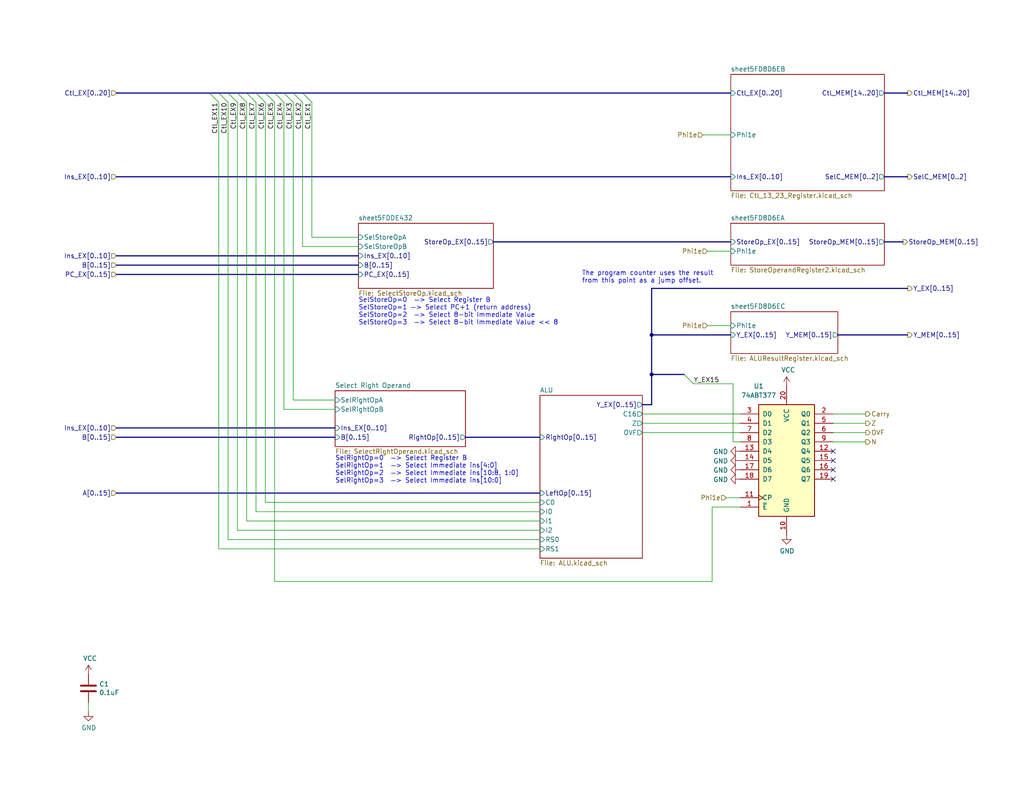
<source format=kicad_sch>
(kicad_sch (version 20250114) (generator "eeschema") (generator_version "9.0")
  (paper "USLetter")
  (title_block (title "EX") (date "2025-07-13") (rev "A") (comment 2 "ID stage of the CPU pipeline.") (comment 3 "The ALU condition codes may be latched in a flags register which feeds back into the") (comment 4 "The EX stage is built around the IDT 7381 sixteen-bit ALU IC."))
  (lib_symbols
    (symbol "Device:C" (pin_numbers (hide yes)) (pin_names (offset 0.254))
      (property "Reference" "C" (at 0.635 2.54 0))
      (property "Value" "C" (at 0.635 -2.54 0))
      (symbol "C_0_1"
        (polyline (pts (xy -2.032 0.762) (xy 2.032 0.762)) (stroke (width 0.508)))
        (polyline (pts (xy -2.032 -0.762) (xy 2.032 -0.762)) (stroke (width 0.508)))
      )
      (symbol "C_1_1"
        (pin passive line (at 0 3.81 270) (length 2.794) (name "~") (number "1"))
        (pin passive line (at 0 -3.81 90) (length 2.794) (name "~") (number "2"))
      )
    )
    (symbol "Turtle16:74ABT377" (pin_names (offset 1.016))
      (symbol "74ABT377_1_0"
        (pin input line (at -12.7 12.7 0) (length 5.08) (name "D0") (number "3"))
        (pin input line (at -12.7 10.16 0) (length 5.08) (name "D1") (number "4"))
        (pin input line (at -12.7 7.62 0) (length 5.08) (name "D2") (number "7"))
        (pin input line (at -12.7 5.08 0) (length 5.08) (name "D3") (number "8"))
        (pin input line (at -12.7 2.54 0) (length 5.08) (name "D4") (number "13"))
        (pin input line (at -12.7 0 0) (length 5.08) (name "D5") (number "14"))
        (pin input line (at -12.7 -2.54 0) (length 5.08) (name "D6") (number "17"))
        (pin input line (at -12.7 -5.08 0) (length 5.08) (name "D7") (number "18"))
        (pin input clock (at -12.7 -10.16 0) (length 5.08) (name "CP") (number "11"))
        (pin input line (at -12.7 -12.7 0) (length 5.08) (name "~{E}") (number "1"))
        (pin power_in line (at 0 20.32 270) (length 5.08) (name "VCC") (number "20"))
        (pin power_in line (at 0 -20.32 90) (length 5.08) (name "GND") (number "10"))
        (pin output line (at 12.7 12.7 180) (length 5.08) (name "Q0") (number "2"))
        (pin output line (at 12.7 10.16 180) (length 5.08) (name "Q1") (number "5"))
        (pin output line (at 12.7 7.62 180) (length 5.08) (name "Q2") (number "6"))
        (pin output line (at 12.7 5.08 180) (length 5.08) (name "Q3") (number "9"))
        (pin output line (at 12.7 2.54 180) (length 5.08) (name "Q4") (number "12"))
        (pin output line (at 12.7 0 180) (length 5.08) (name "Q5") (number "15"))
        (pin output line (at 12.7 -2.54 180) (length 5.08) (name "Q6") (number "16"))
        (pin output line (at 12.7 -5.08 180) (length 5.08) (name "Q7") (number "19"))
      )
      (symbol "74ABT377_1_1"
        (rectangle (start -7.62 15.24) (end 7.62 -15.24) (stroke (width 0.254)) (fill (type background)))
      )
    )
    (symbol "power:GND" (power) (pin_numbers (hide yes)) (pin_names (offset 0) (hide yes))
      (property "Value" "GND" (at 0 -3.81 0))
      (symbol "GND_0_1"
        (polyline (pts (xy 0 0) (xy 0 -1.27) (xy 1.27 -1.27) (xy 0 -2.54) (xy -1.27 -1.27) (xy 0 -1.27)))
      )
      (symbol "GND_1_1"
        (pin power_in line (at 0 0 270) (length 0) (name "~") (number "1"))
      )
    )
    (symbol "power:VCC" (power) (pin_numbers (hide yes)) (pin_names (offset 0) (hide yes))
      (property "Value" "VCC" (at 0 3.556 0))
      (symbol "VCC_0_1"
        (polyline (pts (xy -0.762 1.27) (xy 0 2.54)))
        (polyline (pts (xy 0 2.54) (xy 0.762 1.27)))
        (polyline (pts (xy 0 0) (xy 0 2.54)))
      )
      (symbol "VCC_1_1"
        (pin power_in line (at 0 0 90) (length 0) (name "~") (number "1"))
      )
    )
  )
  (text "SelStoreOp=0  —> Select Register B\nSelStoreOp=1 —> Select PC+1 (return address)\nSelStoreOp=2  —> Select 8-bit Immediate Value\nSelStoreOp=3  —> Select 8-bit Immediate Value << 8" (at 97.79 88.9 0) (effects (font (size 1.27 1.27)) (justify left bottom)))
  (text "SelRightOp=0  —> Select Register B\nSelRightOp=1  —> Select Immediate ins[4:0]\nSelRightOp=2  —> Select Immediate ins[10:8, 1:0]\nSelRightOp=3  —> Select Immediate ins[10:0]" (at 91.44 132.08 0) (effects (font (size 1.27 1.27)) (justify left bottom)))
  (text "The program counter uses the result\nfrom this point as a jump offset." (at 158.75 77.47 0) (effects (font (size 1.27 1.27)) (justify left bottom)))
  (junction (at 177.8 102.235))
  (junction (at 177.8 91.44))
  (no_connect (at 227.33 123.19))
  (no_connect (at 227.33 128.27))
  (no_connect (at 227.33 130.81))
  (no_connect (at 227.33 125.73))
  (bus_entry (at 186.69 102.235) (size 2.54 2.54))
  (bus_entry (at 64.77 25.4) (size 2.54 2.54))
  (bus_entry (at 62.23 25.4) (size 2.54 2.54))
  (bus_entry (at 80.01 25.4) (size 2.54 2.54))
  (bus_entry (at 67.31 25.4) (size 2.54 2.54))
  (bus_entry (at 72.39 25.4) (size 2.54 2.54))
  (bus_entry (at 74.93 25.4) (size 2.54 2.54))
  (bus_entry (at 69.85 25.4) (size 2.54 2.54))
  (bus_entry (at 59.69 25.4) (size 2.54 2.54))
  (bus_entry (at 82.55 25.4) (size 2.54 2.54))
  (bus_entry (at 77.47 25.4) (size 2.54 2.54))
  (bus_entry (at 57.15 25.4) (size 2.54 2.54))
  (wire (pts (xy 147.32 137.16) (xy 72.39 137.16)))
  (wire (pts (xy 193.04 68.58) (xy 199.39 68.58)))
  (wire (pts (xy 64.77 144.78) (xy 147.32 144.78)))
  (bus (pts (xy 246.38 66.04) (xy 241.3 66.04)))
  (wire (pts (xy 24.13 194.31) (xy 24.13 191.77)))
  (wire (pts (xy 80.01 27.94) (xy 80.01 109.22)))
  (bus (pts (xy 80.01 25.4) (xy 82.55 25.4)))
  (bus (pts (xy 241.3 48.26) (xy 247.65 48.26)))
  (wire (pts (xy 193.04 88.9) (xy 199.39 88.9)))
  (wire (pts (xy 147.32 149.86) (xy 59.69 149.86)))
  (bus (pts (xy 31.75 48.26) (xy 199.39 48.26)))
  (wire (pts (xy 74.93 158.75) (xy 74.93 27.94)))
  (wire (pts (xy 82.55 27.94) (xy 82.55 67.31)))
  (bus (pts (xy 31.75 69.85) (xy 97.79 69.85)))
  (bus (pts (xy 31.75 72.39) (xy 97.79 72.39)))
  (wire (pts (xy 189.23 104.775) (xy 200.025 104.775)))
  (wire (pts (xy 175.26 113.03) (xy 201.93 113.03)))
  (wire (pts (xy 77.47 27.94) (xy 77.47 111.76)))
  (wire (pts (xy 194.31 158.75) (xy 194.31 138.43)))
  (wire (pts (xy 97.79 67.31) (xy 82.55 67.31)))
  (bus (pts (xy 177.8 78.74) (xy 177.8 91.44)))
  (bus (pts (xy 177.8 110.49) (xy 175.26 110.49)))
  (bus (pts (xy 31.75 25.4) (xy 57.15 25.4)))
  (bus (pts (xy 74.93 25.4) (xy 77.47 25.4)))
  (bus (pts (xy 64.77 25.4) (xy 67.31 25.4)))
  (wire (pts (xy 85.09 27.94) (xy 85.09 64.77)))
  (wire (pts (xy 59.69 27.94) (xy 59.69 149.86)))
  (bus (pts (xy 31.75 74.93) (xy 97.79 74.93)))
  (bus (pts (xy 241.3 25.4) (xy 247.65 25.4)))
  (wire (pts (xy 64.77 27.94) (xy 64.77 144.78)))
  (wire (pts (xy 227.33 120.65) (xy 236.22 120.65)))
  (bus (pts (xy 247.65 91.44) (xy 228.6 91.44)))
  (wire (pts (xy 175.26 118.11) (xy 201.93 118.11)))
  (wire (pts (xy 67.31 27.94) (xy 67.31 142.24)))
  (wire (pts (xy 147.32 147.32) (xy 62.23 147.32)))
  (bus (pts (xy 82.55 25.4) (xy 199.39 25.4)))
  (bus (pts (xy 134.62 66.04) (xy 199.39 66.04)))
  (bus (pts (xy 59.69 25.4) (xy 62.23 25.4)))
  (bus (pts (xy 72.39 25.4) (xy 74.93 25.4)))
  (wire (pts (xy 175.26 115.57) (xy 201.93 115.57)))
  (bus (pts (xy 247.65 78.74) (xy 177.8 78.74)))
  (wire (pts (xy 191.77 36.83) (xy 199.39 36.83)))
  (bus (pts (xy 177.8 102.235) (xy 177.8 110.49)))
  (wire (pts (xy 147.32 142.24) (xy 67.31 142.24)))
  (bus (pts (xy 62.23 25.4) (xy 64.77 25.4)))
  (bus (pts (xy 91.44 116.84) (xy 31.75 116.84)))
  (bus (pts (xy 177.8 91.44) (xy 177.8 102.235)))
  (wire (pts (xy 74.93 158.75) (xy 194.31 158.75)))
  (wire (pts (xy 236.22 113.03) (xy 227.33 113.03)))
  (wire (pts (xy 69.85 27.94) (xy 69.85 139.7)))
  (wire (pts (xy 72.39 27.94) (xy 72.39 137.16)))
  (wire (pts (xy 147.32 139.7) (xy 69.85 139.7)))
  (bus (pts (xy 77.47 25.4) (xy 80.01 25.4)))
  (wire (pts (xy 227.33 115.57) (xy 236.22 115.57)))
  (wire (pts (xy 200.025 120.65) (xy 201.93 120.65)))
  (wire (pts (xy 227.33 118.11) (xy 236.22 118.11)))
  (bus (pts (xy 67.31 25.4) (xy 69.85 25.4)))
  (bus (pts (xy 127 119.38) (xy 147.32 119.38)))
  (wire (pts (xy 62.23 27.94) (xy 62.23 147.32)))
  (wire (pts (xy 198.12 135.89) (xy 201.93 135.89)))
  (bus (pts (xy 31.75 134.62) (xy 147.32 134.62)))
  (wire (pts (xy 77.47 111.76) (xy 91.44 111.76)))
  (wire (pts (xy 97.79 64.77) (xy 85.09 64.77)))
  (bus (pts (xy 69.85 25.4) (xy 72.39 25.4)))
  (bus (pts (xy 177.8 102.235) (xy 186.69 102.235)))
  (wire (pts (xy 200.025 104.775) (xy 200.025 120.65)))
  (wire (pts (xy 91.44 109.22) (xy 80.01 109.22)))
  (bus (pts (xy 91.44 119.38) (xy 31.75 119.38)))
  (bus (pts (xy 199.39 91.44) (xy 177.8 91.44)))
  (wire (pts (xy 194.31 138.43) (xy 201.93 138.43)))
  (bus (pts (xy 57.15 25.4) (xy 59.69 25.4)))
  (label "Ctl_EX7" (at 69.85 27.94 270))
  (label "Ctl_EX5" (at 74.93 27.94 270))
  (label "Ctl_EX3" (at 80.01 27.94 270))
  (label "Ctl_EX4" (at 77.47 27.94 270))
  (label "Ctl_EX10" (at 62.23 27.94 270))
  (label "Ctl_EX6" (at 72.39 27.94 270))
  (label "Ctl_EX11" (at 59.69 27.94 270))
  (label "Ctl_EX1" (at 85.09 27.94 270))
  (label "Ctl_EX8" (at 67.31 27.94 270))
  (label "Ctl_EX2" (at 82.55 27.94 270))
  (label "Y_EX15" (at 189.23 104.775 0))
  (label "Ctl_EX9" (at 64.77 27.94 270))
  (hierarchical_label "Z" (shape output) (at 236.22 115.57 0))
  (hierarchical_label "B[0..15]" (shape input) (at 31.75 72.39 180))
  (hierarchical_label "Phi1e" (shape input) (at 193.04 68.58 180))
  (hierarchical_label "PC_EX[0..15]" (shape input) (at 31.75 74.93 180))
  (hierarchical_label "Phi1e" (shape input) (at 198.12 135.89 180))
  (hierarchical_label "Y_EX[0..15]" (shape output) (at 247.65 78.74 0))
  (hierarchical_label "Ins_EX[0..10]" (shape input) (at 31.75 116.84 180))
  (hierarchical_label "Y_MEM[0..15]" (shape output) (at 247.65 91.44 0))
  (hierarchical_label "B[0..15]" (shape input) (at 31.75 119.38 180))
  (hierarchical_label "Ins_EX[0..10]" (shape input) (at 31.75 69.85 180))
  (hierarchical_label "Ins_EX[0..10]" (shape input) (at 31.75 48.26 180))
  (hierarchical_label "Carry" (shape output) (at 236.22 113.03 0))
  (hierarchical_label "Ctl_MEM[14..20]" (shape output) (at 247.65 25.4 0))
  (hierarchical_label "SelC_MEM[0..2]" (shape output) (at 247.65 48.26 0))
  (hierarchical_label "Phi1e" (shape input) (at 191.77 36.83 180))
  (hierarchical_label "N" (shape output) (at 236.22 120.65 0))
  (hierarchical_label "Ctl_EX[0..20]" (shape input) (at 31.75 25.4 180))
  (hierarchical_label "A[0..15]" (shape input) (at 31.75 134.62 180))
  (hierarchical_label "Phi1e" (shape input) (at 193.04 88.9 180))
  (hierarchical_label "StoreOp_MEM[0..15]" (shape output) (at 246.38 66.04 0))
  (hierarchical_label "OVF" (shape output) (at 236.22 118.11 0))
  (symbol (lib_id "Turtle16:74ABT377") (at 214.63 125.73 0) (unit 1)
    (property "Reference" "U1" (at 207.01 105.41 0))
    (property "Value" "74ABT377" (at 207.01 107.95 0))
    (property "Footprint" "Package_SO:TSSOP-20_4.4x6.5mm_P0.65mm" (effects (hide yes)))
    (property "Datasheet" "https://www.ti.com/general/docs/suppproductinfo.tsp?distId=26&gotoUrl=https://www.ti.com/lit/gpn/sn74abt377a" (effects (hide yes)))
    (property "Manufacturer" "Texas Instruments" (effects (hide yes)))
    (property "Manufacturer#" "SN74ABT377APWR" (effects (hide yes)))
    (property "Mouser#" "595-SN74ABT377APWR" (effects (hide yes)))
    (property "Digikey#" "296-4011-1-ND" (effects (hide yes)))
  )
  (symbol (lib_id "power:VCC") (at 214.63 105.41 0) (unit 1)
    (property "Reference" "#PWR07" (effects (hide yes)))
    (property "Value" "VCC" (at 215.0618 101.0158 0))
    (property "Description" "Power symbol creates a global label with name \"VCC\"" (effects (hide yes)))
  )
  (symbol (lib_id "power:GND") (at 214.63 146.05 0) (unit 1)
    (property "Reference" "#PWR08" (effects (hide yes)))
    (property "Value" "GND" (at 214.757 150.4442 0))
    (property "Description" "Power symbol creates a global label with name \"GND\" , ground" (effects (hide yes)))
  )
  (symbol (lib_id "power:GND") (at 201.93 123.19 270) (unit 1)
    (property "Reference" "#PWR03" (effects (hide yes)))
    (property "Value" "GND" (at 198.6788 123.317 90) (effects (justify right)))
    (property "Description" "Power symbol creates a global label with name \"GND\" , ground" (effects (hide yes)))
  )
  (symbol (lib_id "power:GND") (at 201.93 125.73 270) (unit 1)
    (property "Reference" "#PWR04" (effects (hide yes)))
    (property "Value" "GND" (at 198.6788 125.857 90) (effects (justify right)))
    (property "Description" "Power symbol creates a global label with name \"GND\" , ground" (effects (hide yes)))
  )
  (symbol (lib_id "power:GND") (at 201.93 128.27 270) (unit 1)
    (property "Reference" "#PWR05" (effects (hide yes)))
    (property "Value" "GND" (at 198.6788 128.397 90) (effects (justify right)))
    (property "Description" "Power symbol creates a global label with name \"GND\" , ground" (effects (hide yes)))
  )
  (symbol (lib_id "power:GND") (at 201.93 130.81 270) (unit 1)
    (property "Reference" "#PWR06" (effects (hide yes)))
    (property "Value" "GND" (at 198.6788 130.937 90) (effects (justify right)))
    (property "Description" "Power symbol creates a global label with name \"GND\" , ground" (effects (hide yes)))
  )
  (symbol (lib_id "Device:C") (at 24.13 187.96 0) (unit 1)
    (property "Reference" "C1" (at 27.051 186.7916 0) (effects (justify left)))
    (property "Value" "0.1uF" (at 27.051 189.103 0) (effects (justify left)))
    (property "Footprint" "Capacitor_SMD:C_0603_1608Metric" (effects (hide yes)))
    (property "Datasheet" "https://www.mouser.com/datasheet/2/396/taiyo_yuden_12132018_mlcc11_hq_e-1510082.pdf" (effects (hide yes)))
    (property "Manufacturer" "Taiyo Yuden" (effects (hide yes)))
    (property "Manufacturer#" "EMK107B7104KAHT" (effects (hide yes)))
    (property "Mouser#" "963-EMK107B7104KAHT" (effects (hide yes)))
    (property "Digikey#" "587-6004-1-ND" (effects (hide yes)))
  )
  (symbol (lib_id "power:VCC") (at 24.13 184.15 0) (unit 1)
    (property "Reference" "#PWR01" (effects (hide yes)))
    (property "Value" "VCC" (at 24.5618 179.7558 0))
    (property "Description" "Power symbol creates a global label with name \"VCC\"" (effects (hide yes)))
  )
  (symbol (lib_id "power:GND") (at 24.13 194.31 0) (unit 1)
    (property "Reference" "#PWR02" (effects (hide yes)))
    (property "Value" "GND" (at 24.257 198.7042 0))
    (property "Description" "Power symbol creates a global label with name \"GND\" , ground" (effects (hide yes)))
  )
  (sheet (at 147.32 107.95) (size 27.94 44.45)
    (property "Sheetname" "ALU" (at 147.32 107.2384 0) (effects (justify left bottom)))
    (property "Sheetfile" "ALU.kicad_sch" (at 147.32 152.9846 0) (effects (justify left top)))
    (pin "RightOp[0..15]" input (at 147.32 119.38 180))
    (pin "LeftOp[0..15]" input (at 147.32 134.62 180))
    (pin "Z" output (at 175.26 115.57 0))
    (pin "C16" output (at 175.26 113.03 0))
    (pin "OVF" output (at 175.26 118.11 0))
    (pin "C0" input (at 147.32 137.16 180))
    (pin "I0" input (at 147.32 139.7 180))
    (pin "I1" input (at 147.32 142.24 180))
    (pin "I2" input (at 147.32 144.78 180))
    (pin "RS0" input (at 147.32 147.32 180))
    (pin "RS1" input (at 147.32 149.86 180))
    (pin "Y_EX[0..15]" output (at 175.26 110.49 0))
  )
  (sheet (at 199.39 60.96) (size 41.91 11.43)
    (property "Sheetname" "sheet5FD8D6EA" (at 199.39 60.2484 0) (effects (justify left bottom)))
    (property "Sheetfile" "StoreOperandRegister2.kicad_sch" (at 199.39 72.9746 0) (effects (justify left top)))
    (pin "StoreOp_EX[0..15]" input (at 199.39 66.04 180))
    (pin "StoreOp_MEM[0..15]" output (at 241.3 66.04 0))
    (pin "Phi1e" input (at 199.39 68.58 180))
  )
  (sheet (at 199.39 20.32) (size 41.91 31.75)
    (property "Sheetname" "sheet5FD8D6EB" (at 199.39 19.6084 0) (effects (justify left bottom)))
    (property "Sheetfile" "Ctl_13_23_Register.kicad_sch" (at 199.39 52.6546 0) (effects (justify left top)))
    (pin "Ctl_MEM[14..20]" output (at 241.3 25.4 0))
    (pin "Ctl_EX[0..20]" input (at 199.39 25.4 180))
    (pin "Ins_EX[0..10]" input (at 199.39 48.26 180))
    (pin "SelC_MEM[0..2]" output (at 241.3 48.26 0))
    (pin "Phi1e" input (at 199.39 36.83 180))
  )
  (sheet (at 199.39 85.09) (size 29.21 11.43)
    (property "Sheetname" "sheet5FD8D6EC" (at 199.39 84.3784 0) (effects (justify left bottom)))
    (property "Sheetfile" "ALUResultRegister.kicad_sch" (at 199.39 97.1046 0) (effects (justify left top)))
    (pin "Y_EX[0..15]" input (at 199.39 91.44 180))
    (pin "Y_MEM[0..15]" output (at 228.6 91.44 0))
    (pin "Phi1e" input (at 199.39 88.9 180))
  )
  (sheet (at 97.79 60.96) (size 36.83 17.78)
    (property "Sheetname" "sheet5FDDE432" (at 97.79 60.2484 0) (effects (justify left bottom)))
    (property "Sheetfile" "SelectStoreOp.kicad_sch" (at 97.79 79.3246 0) (effects (justify left top)))
    (pin "SelStoreOpA" input (at 97.79 64.77 180))
    (pin "SelStoreOpB" input (at 97.79 67.31 180))
    (pin "Ins_EX[0..10]" input (at 97.79 69.85 180))
    (pin "B[0..15]" input (at 97.79 72.39 180))
    (pin "PC_EX[0..15]" input (at 97.79 74.93 180))
    (pin "StoreOp_EX[0..15]" output (at 134.62 66.04 0))
  )
  (sheet (at 91.44 106.68) (size 35.56 15.24)
    (property "Sheetname" "Select Right Operand" (at 91.44 105.9684 0) (effects (justify left bottom)))
    (property "Sheetfile" "SelectRightOperand.kicad_sch" (at 91.44 122.5046 0) (effects (justify left top)))
    (pin "Ins_EX[0..10]" input (at 91.44 116.84 180))
    (pin "B[0..15]" input (at 91.44 119.38 180))
    (pin "SelRightOpA" input (at 91.44 109.22 180))
    (pin "RightOp[0..15]" output (at 127 119.38 0))
    (pin "SelRightOpB" input (at 91.44 111.76 180))
  )
)
</source>
